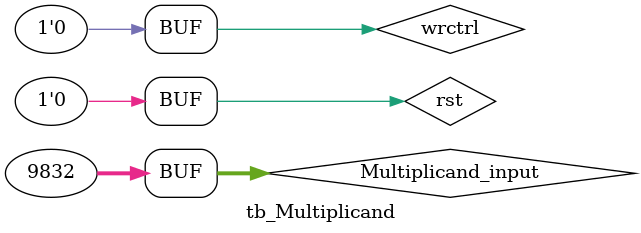
<source format=v>
`timescale 1ns/1ns
module tb_Multiplicand;
reg [31:0] Multiplicand_input; //Multiplicand input
reg rst; //Reset multiplicand
reg wrctrl; //write the multiplicand into register
wire [31:0] Multiplicand_output; //Multiplicand output

Multiplicand Mult(Multiplicand_input,rst,wrctrl,Multiplicand_output);//The module of Multiplicand

initial begin//Simulation begin
	Multiplicand_input=32'd0;
	rst=1;
	wrctrl=0;
#10	rst=0;
	Multiplicand_input=32'd50;
#10	wrctrl=1;
#10 	rst=1;
	wrctrl=0;
#10	rst=0;
	wrctrl=1;
#10	Multiplicand_input=32'd9832;
	wrctrl=0;
#20	wrctrl=1;
#10	wrctrl=0;
#10;
end
endmodule

</source>
